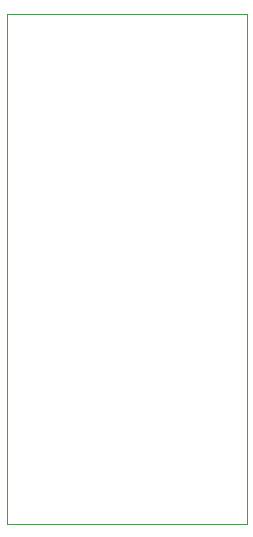
<source format=gm1>
%TF.GenerationSoftware,KiCad,Pcbnew,(5.1.10-1-10_14)*%
%TF.CreationDate,2021-05-30T00:03:35-07:00*%
%TF.ProjectId,BetsyBoard,42657473-7942-46f6-9172-642e6b696361,rev?*%
%TF.SameCoordinates,Original*%
%TF.FileFunction,Profile,NP*%
%FSLAX46Y46*%
G04 Gerber Fmt 4.6, Leading zero omitted, Abs format (unit mm)*
G04 Created by KiCad (PCBNEW (5.1.10-1-10_14)) date 2021-05-30 00:03:35*
%MOMM*%
%LPD*%
G01*
G04 APERTURE LIST*
%TA.AperFunction,Profile*%
%ADD10C,0.100000*%
%TD*%
G04 APERTURE END LIST*
D10*
X105870000Y-101650000D02*
X105870000Y-58470000D01*
X126190000Y-101650000D02*
X105870000Y-101650000D01*
X126190000Y-58470000D02*
X126190000Y-101650000D01*
X105870000Y-58470000D02*
X126190000Y-58470000D01*
M02*

</source>
